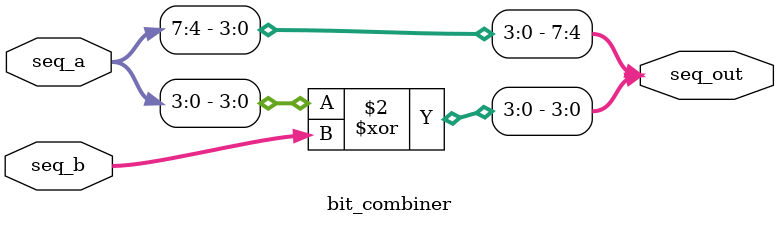
<source format=sv>
module bit_combiner #(parameter width = 4, length = 8) 
(
	// seq_a will probably be pc
	input logic [length-1:0] seq_a,
	// seq_b will probably be sequence of T/NT
	input logic [width-1:0] seq_b,

	// combined sequence
	output logic [length-1:0] seq_out
);


always_comb
begin
	// This line puts msb of pc into sequence and then xors lsb with seq_b (branch history)
	seq_out = {seq_a[length-1:width], seq_a[width-1:0] ^ seq_b};
end

endmodule : bit_combiner
</source>
